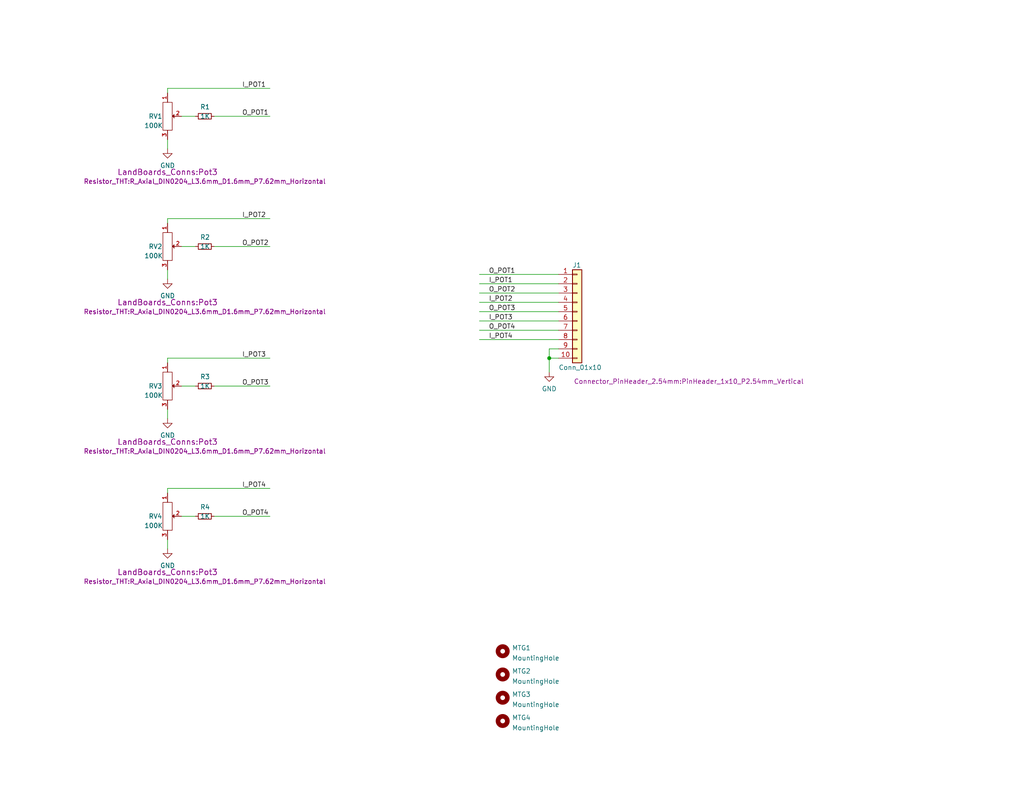
<source format=kicad_sch>
(kicad_sch (version 20211123) (generator eeschema)
  (paper "A")
  (title_block (date "2022-10-03") (rev "1"))
  (lib_symbols
    (symbol "Connector_Generic:Conn_01x10" (pin_names (offset 1.016) hide)
      (property "Reference" "J" (at 0 12.7 0))
      (property "Value" "Conn_01x10" (at 0 -15.24 0))
      (symbol "Conn_01x10_1_1"
        (rectangle (start -1.27 -12.573) (end 0 -12.827) (stroke (width 0.1524)))
        (rectangle (start -1.27 -10.033) (end 0 -10.287) (stroke (width 0.1524)))
        (rectangle (start -1.27 -7.493) (end 0 -7.747) (stroke (width 0.1524)))
        (rectangle (start -1.27 -4.953) (end 0 -5.207) (stroke (width 0.1524)))
        (rectangle (start -1.27 -2.413) (end 0 -2.667) (stroke (width 0.1524)))
        (rectangle (start -1.27 0.127) (end 0 -0.127) (stroke (width 0.1524)))
        (rectangle (start -1.27 2.667) (end 0 2.413) (stroke (width 0.1524)))
        (rectangle (start -1.27 5.207) (end 0 4.953) (stroke (width 0.1524)))
        (rectangle (start -1.27 7.747) (end 0 7.493) (stroke (width 0.1524)))
        (rectangle (start -1.27 10.287) (end 0 10.033) (stroke (width 0.1524)))
        (rectangle (start -1.27 11.43) (end 1.27 -13.97) (stroke (width 0.254)) (fill (type background)))
        (pin passive line (at -5.08 10.16 0) (length 3.81) (name "Pin_1") (number "1"))
        (pin passive line (at -5.08 -12.7 0) (length 3.81) (name "Pin_10") (number "10"))
        (pin passive line (at -5.08 7.62 0) (length 3.81) (name "Pin_2") (number "2"))
        (pin passive line (at -5.08 5.08 0) (length 3.81) (name "Pin_3") (number "3"))
        (pin passive line (at -5.08 2.54 0) (length 3.81) (name "Pin_4") (number "4"))
        (pin passive line (at -5.08 0 0) (length 3.81) (name "Pin_5") (number "5"))
        (pin passive line (at -5.08 -2.54 0) (length 3.81) (name "Pin_6") (number "6"))
        (pin passive line (at -5.08 -5.08 0) (length 3.81) (name "Pin_7") (number "7"))
        (pin passive line (at -5.08 -7.62 0) (length 3.81) (name "Pin_8") (number "8"))
        (pin passive line (at -5.08 -10.16 0) (length 3.81) (name "Pin_9") (number "9"))
      )
    )
    (symbol "Device:R_Small" (pin_numbers hide) (pin_names (offset 0.254) hide)
      (property "Reference" "R" (at 0.762 0.508 0))
      (property "Value" "R_Small" (at 0.762 -1.016 0))
      (symbol "R_Small_0_1"
        (rectangle (start -0.762 1.778) (end 0.762 -1.778) (stroke (width 0.2032)))
      )
      (symbol "R_Small_1_1"
        (pin passive line (at 0 2.54 270) (length 0.762) (name "~") (number "1"))
        (pin passive line (at 0 -2.54 90) (length 0.762) (name "~") (number "2"))
      )
    )
    (symbol "LandBoards:POT" (pin_names (offset 1.016) hide)
      (property "Reference" "RV" (at 0 -2.54 0))
      (property "Value" "POT" (at 0 0 0))
      (symbol "POT_0_1"
        (rectangle (start -3.81 1.27) (end 3.81 -1.27))
        (polyline (pts (xy 0 1.27) (xy -0.508 1.778) (xy 0.508 1.778)) (fill (type outline)))
      )
      (symbol "POT_1_1"
        (pin passive line (at -6.35 0 0) (length 2.54) (name "1") (number "1"))
        (pin passive line (at 0 3.81 270) (length 2.032) (name "2") (number "2"))
        (pin passive line (at 6.35 0 180) (length 2.54) (name "3") (number "3"))
      )
    )
    (symbol "Mechanical:MountingHole" (pin_names (offset 1.016))
      (property "Reference" "H" (at 0 5.08 0))
      (property "Value" "MountingHole" (at 0 3.175 0))
      (symbol "MountingHole_0_1"
        (circle (center 0 0) (radius 1.27) (stroke (width 1.27)))
      )
    )
    (symbol "power:GND" (power) (pin_names (offset 0))
      (property "Value" "GND" (at 0 -3.81 0))
      (symbol "GND_0_1"
        (polyline (pts (xy 0 0) (xy 0 -1.27) (xy 1.27 -1.27) (xy 0 -2.54) (xy -1.27 -1.27) (xy 0 -1.27)))
      )
      (symbol "GND_1_1"
        (pin power_in line (at 0 0 270) (length 0) hide (name "GND") (number "1"))
      )
    )
  )
  (junction (at 149.86 97.79))
  (wire (pts (xy 45.72 111.76) (xy 45.72 114.3)))
  (wire (pts (xy 45.72 59.69) (xy 45.72 60.96)))
  (wire (pts (xy 45.72 59.69) (xy 73.66 59.69)))
  (wire (pts (xy 45.72 133.35) (xy 45.72 134.62)))
  (wire (pts (xy 58.42 140.97) (xy 73.66 140.97)))
  (wire (pts (xy 45.72 24.13) (xy 45.72 25.4)))
  (wire (pts (xy 45.72 24.13) (xy 73.66 24.13)))
  (wire (pts (xy 130.81 85.09) (xy 152.4 85.09)))
  (wire (pts (xy 149.86 95.25) (xy 149.86 97.79)))
  (wire (pts (xy 58.42 105.41) (xy 73.66 105.41)))
  (wire (pts (xy 130.81 74.93) (xy 152.4 74.93)))
  (wire (pts (xy 53.34 31.75) (xy 49.53 31.75)))
  (wire (pts (xy 130.81 80.01) (xy 152.4 80.01)))
  (wire (pts (xy 53.34 67.31) (xy 49.53 67.31)))
  (wire (pts (xy 130.81 90.17) (xy 152.4 90.17)))
  (wire (pts (xy 130.81 77.47) (xy 152.4 77.47)))
  (wire (pts (xy 130.81 92.71) (xy 152.4 92.71)))
  (wire (pts (xy 45.72 97.79) (xy 73.66 97.79)))
  (wire (pts (xy 130.81 87.63) (xy 152.4 87.63)))
  (wire (pts (xy 45.72 38.1) (xy 45.72 40.64)))
  (wire (pts (xy 45.72 97.79) (xy 45.72 99.06)))
  (wire (pts (xy 45.72 147.32) (xy 45.72 149.86)))
  (wire (pts (xy 149.86 97.79) (xy 149.86 101.6)))
  (wire (pts (xy 53.34 140.97) (xy 49.53 140.97)))
  (wire (pts (xy 45.72 73.66) (xy 45.72 76.2)))
  (wire (pts (xy 45.72 133.35) (xy 73.66 133.35)))
  (wire (pts (xy 149.86 95.25) (xy 152.4 95.25)))
  (wire (pts (xy 130.81 82.55) (xy 152.4 82.55)))
  (wire (pts (xy 58.42 31.75) (xy 73.66 31.75)))
  (wire (pts (xy 53.34 105.41) (xy 49.53 105.41)))
  (wire (pts (xy 149.86 97.79) (xy 152.4 97.79)))
  (wire (pts (xy 58.42 67.31) (xy 73.66 67.31)))
  (label "I_POT4" (at 133.35 92.71 0))
  (label "O_POT4" (at 133.35 90.17 0))
  (label "O_POT4" (at 66.04 140.97 0))
  (label "I_POT2" (at 66.04 59.69 0))
  (label "O_POT1" (at 133.35 74.93 0))
  (label "I_POT4" (at 66.04 133.35 0))
  (label "O_POT2" (at 133.35 80.01 0))
  (label "O_POT1" (at 66.04 31.75 0))
  (label "I_POT1" (at 133.35 77.47 0))
  (label "I_POT2" (at 133.35 82.55 0))
  (label "O_POT3" (at 133.35 85.09 0))
  (label "I_POT1" (at 66.04 24.13 0))
  (label "I_POT3" (at 66.04 97.79 0))
  (label "O_POT3" (at 66.04 105.41 0))
  (label "O_POT2" (at 66.04 67.31 0))
  (label "I_POT3" (at 133.35 87.63 0))
  (symbol (lib_id "power:GND") (at 149.86 101.6 0) (unit 1)
    (property "Reference" "#PWR0110" (effects hide))
    (property "Value" "GND" (at 149.86 106.1625 0))
  )
  (symbol (lib_id "Device:R_Small") (at 55.88 140.97 270) (unit 1)
    (property "Reference" "R4" (at 54.61 138.43 90) (effects (justify left)))
    (property "Value" "1K" (at 54.61 140.97 90) (effects (justify left)))
    (property "Footprint" "Resistor_THT:R_Axial_DIN0204_L3.6mm_D1.6mm_P7.62mm_Horizontal" (at 55.88 158.75 90))
  )
  (symbol (lib_id "power:GND") (at 45.72 149.86 0) (unit 1)
    (property "Reference" "#PWR0105" (effects hide))
    (property "Value" "GND" (at 45.72 154.4225 0))
  )
  (symbol (lib_id "power:GND") (at 45.72 40.64 0) (unit 1)
    (property "Reference" "#PWR0106" (effects hide))
    (property "Value" "GND" (at 45.72 45.2025 0))
  )
  (symbol (lib_id "LandBoards:POT") (at 45.72 67.31 270) (unit 1)
    (property "Reference" "RV2" (at 42.4275 67.31 90))
    (property "Value" "100K" (at 41.91 69.85 90))
    (property "Footprint" "LandBoards_Conns:Pot3" (at 45.72 82.55 90) (effects (font (size 1.524 1.524))))
  )
  (symbol (lib_id "Mechanical:MountingHole") (at 137.16 190.5 0) (unit 1)
    (property "Reference" "MTG3" (at 139.7 189.5915 0) (effects (justify left)))
    (property "Value" "MountingHole" (at 139.7 192.3666 0) (effects (justify left)))
    (property "Footprint" "LandBoards_MountHoles:MTG-4-40" (effects hide))
  )
  (symbol (lib_id "Mechanical:MountingHole") (at 137.16 184.15 0) (unit 1)
    (property "Reference" "MTG2" (at 139.7 183.2415 0) (effects (justify left)))
    (property "Value" "MountingHole" (at 139.7 186.0166 0) (effects (justify left)))
    (property "Footprint" "LandBoards_MountHoles:MTG-4-40" (effects hide))
  )
  (symbol (lib_id "power:GND") (at 45.72 76.2 0) (unit 1)
    (property "Reference" "#PWR0108" (effects hide))
    (property "Value" "GND" (at 45.72 80.7625 0))
  )
  (symbol (lib_id "Connector_Generic:Conn_01x10") (at 157.48 85.09 0) (unit 1)
    (property "Reference" "J1" (at 156.21 72.39 0) (effects (justify left)))
    (property "Value" "Conn_01x10" (at 152.4 100.33 0) (effects (justify left)))
    (property "Footprint" "Connector_PinHeader_2.54mm:PinHeader_1x10_P2.54mm_Vertical" (at 187.96 104.14 0))
  )
  (symbol (lib_id "Device:R_Small") (at 55.88 105.41 270) (unit 1)
    (property "Reference" "R3" (at 54.61 102.87 90) (effects (justify left)))
    (property "Value" "1K" (at 54.61 105.41 90) (effects (justify left)))
    (property "Footprint" "Resistor_THT:R_Axial_DIN0204_L3.6mm_D1.6mm_P7.62mm_Horizontal" (at 55.88 123.19 90))
  )
  (symbol (lib_id "LandBoards:POT") (at 45.72 140.97 270) (unit 1)
    (property "Reference" "RV4" (at 42.4275 140.97 90))
    (property "Value" "100K" (at 41.91 143.51 90))
    (property "Footprint" "LandBoards_Conns:Pot3" (at 45.72 156.21 90) (effects (font (size 1.524 1.524))))
  )
  (symbol (lib_id "LandBoards:POT") (at 45.72 31.75 270) (unit 1)
    (property "Reference" "RV1" (at 42.4275 31.75 90))
    (property "Value" "100K" (at 41.91 34.29 90))
    (property "Footprint" "LandBoards_Conns:Pot3" (at 45.72 46.99 90) (effects (font (size 1.524 1.524))))
  )
  (symbol (lib_id "Mechanical:MountingHole") (at 137.16 196.85 0) (unit 1)
    (property "Reference" "MTG4" (at 139.7 195.9415 0) (effects (justify left)))
    (property "Value" "MountingHole" (at 139.7 198.7166 0) (effects (justify left)))
    (property "Footprint" "LandBoards_MountHoles:MTG-4-40" (effects hide))
  )
  (symbol (lib_id "Device:R_Small") (at 55.88 31.75 270) (unit 1)
    (property "Reference" "R1" (at 54.61 29.21 90) (effects (justify left)))
    (property "Value" "1K" (at 54.61 31.75 90) (effects (justify left)))
    (property "Footprint" "Resistor_THT:R_Axial_DIN0204_L3.6mm_D1.6mm_P7.62mm_Horizontal" (at 55.88 49.53 90))
  )
  (symbol (lib_id "LandBoards:POT") (at 45.72 105.41 270) (unit 1)
    (property "Reference" "RV3" (at 42.4275 105.41 90))
    (property "Value" "100K" (at 41.91 107.95 90))
    (property "Footprint" "LandBoards_Conns:Pot3" (at 45.72 120.65 90) (effects (font (size 1.524 1.524))))
  )
  (symbol (lib_id "power:GND") (at 45.72 114.3 0) (unit 1)
    (property "Reference" "#PWR0104" (effects hide))
    (property "Value" "GND" (at 45.72 118.8625 0))
  )
  (symbol (lib_id "Mechanical:MountingHole") (at 137.16 177.8 0) (unit 1)
    (property "Reference" "MTG1" (at 139.7 176.8915 0) (effects (justify left)))
    (property "Value" "MountingHole" (at 139.7 179.6666 0) (effects (justify left)))
    (property "Footprint" "LandBoards_MountHoles:MTG-4-40" (effects hide))
  )
  (symbol (lib_id "Device:R_Small") (at 55.88 67.31 270) (unit 1)
    (property "Reference" "R2" (at 54.61 64.77 90) (effects (justify left)))
    (property "Value" "1K" (at 54.61 67.31 90) (effects (justify left)))
    (property "Footprint" "Resistor_THT:R_Axial_DIN0204_L3.6mm_D1.6mm_P7.62mm_Horizontal" (at 55.88 85.09 90))
  )
)
</source>
